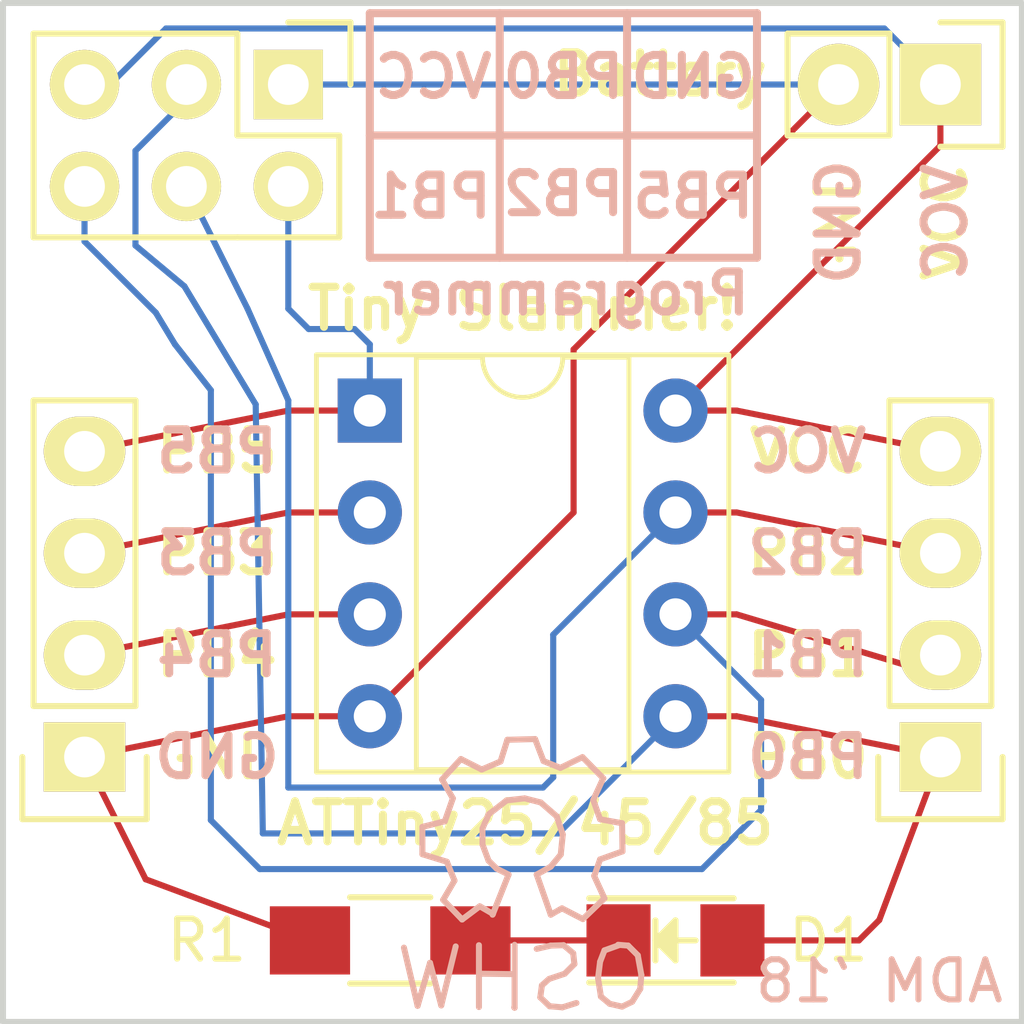
<source format=kicad_pcb>
(kicad_pcb (version 4) (host pcbnew 4.0.2+dfsg1-stable)

  (general
    (links 19)
    (no_connects 0)
    (area 130.988999 109.652999 156.539001 135.203001)
    (thickness 1.6)
    (drawings 44)
    (tracks 64)
    (zones 0)
    (modules 8)
    (nets 10)
  )

  (page A4)
  (layers
    (0 F.Cu signal)
    (31 B.Cu signal)
    (32 B.Adhes user)
    (33 F.Adhes user)
    (34 B.Paste user)
    (35 F.Paste user)
    (36 B.SilkS user)
    (37 F.SilkS user)
    (38 B.Mask user)
    (39 F.Mask user)
    (40 Dwgs.User user)
    (41 Cmts.User user)
    (42 Eco1.User user)
    (43 Eco2.User user)
    (44 Edge.Cuts user)
    (45 Margin user)
    (46 B.CrtYd user)
    (47 F.CrtYd user)
    (48 B.Fab user)
    (49 F.Fab user)
  )

  (setup
    (last_trace_width 0.1524)
    (user_trace_width 0.244)
    (trace_clearance 0.1524)
    (zone_clearance 0.508)
    (zone_45_only no)
    (trace_min 0.1524)
    (segment_width 0.2)
    (edge_width 0.15)
    (via_size 0.508)
    (via_drill 0.254)
    (via_min_size 0.508)
    (via_min_drill 0.254)
    (uvia_size 0.508)
    (uvia_drill 0.254)
    (uvias_allowed no)
    (uvia_min_size 0.2)
    (uvia_min_drill 0.1)
    (pcb_text_width 0.3)
    (pcb_text_size 1.5 1.5)
    (mod_edge_width 0.15)
    (mod_text_size 1 1)
    (mod_text_width 0.15)
    (pad_size 1.524 1.524)
    (pad_drill 0.762)
    (pad_to_mask_clearance 0.0508)
    (aux_axis_origin 0 0)
    (visible_elements FFFFFF7F)
    (pcbplotparams
      (layerselection 0x00030_80000001)
      (usegerberextensions false)
      (excludeedgelayer true)
      (linewidth 0.100000)
      (plotframeref false)
      (viasonmask false)
      (mode 1)
      (useauxorigin false)
      (hpglpennumber 1)
      (hpglpenspeed 20)
      (hpglpendiameter 15)
      (hpglpenoverlay 2)
      (psnegative false)
      (psa4output false)
      (plotreference true)
      (plotvalue true)
      (plotinvisibletext false)
      (padsonsilk false)
      (subtractmaskfromsilk false)
      (outputformat 1)
      (mirror false)
      (drillshape 1)
      (scaleselection 1)
      (outputdirectory ""))
  )

  (net 0 "")
  (net 1 VCC)
  (net 2 GND)
  (net 3 PB0)
  (net 4 "Net-(D1-Pad1)")
  (net 5 PB5)
  (net 6 PB3)
  (net 7 PB1)
  (net 8 PB4)
  (net 9 PB2)

  (net_class Default "This is the default net class."
    (clearance 0.1524)
    (trace_width 0.1524)
    (via_dia 0.508)
    (via_drill 0.254)
    (uvia_dia 0.508)
    (uvia_drill 0.254)
    (add_net GND)
    (add_net "Net-(D1-Pad1)")
    (add_net PB0)
    (add_net PB1)
    (add_net PB2)
    (add_net PB3)
    (add_net PB4)
    (add_net PB5)
    (add_net VCC)
  )

  (module Pin_Headers:Pin_Header_Straight_1x02 (layer F.Cu) (tedit 5A778999) (tstamp 5A7776F7)
    (at 154.432 111.76 270)
    (descr "Through hole pin header")
    (tags "pin header")
    (path /5A776785)
    (fp_text reference Battery1 (at 0 -5.1 270) (layer F.SilkS) hide
      (effects (font (size 1 1) (thickness 0.15)))
    )
    (fp_text value CONN_01X02 (at 0 -3.1 270) (layer F.Fab) hide
      (effects (font (size 1 1) (thickness 0.15)))
    )
    (fp_line (start 1.27 1.27) (end 1.27 3.81) (layer F.SilkS) (width 0.15))
    (fp_line (start 1.55 -1.55) (end 1.55 0) (layer F.SilkS) (width 0.15))
    (fp_line (start -1.75 -1.75) (end -1.75 4.3) (layer F.CrtYd) (width 0.05))
    (fp_line (start 1.75 -1.75) (end 1.75 4.3) (layer F.CrtYd) (width 0.05))
    (fp_line (start -1.75 -1.75) (end 1.75 -1.75) (layer F.CrtYd) (width 0.05))
    (fp_line (start -1.75 4.3) (end 1.75 4.3) (layer F.CrtYd) (width 0.05))
    (fp_line (start 1.27 1.27) (end -1.27 1.27) (layer F.SilkS) (width 0.15))
    (fp_line (start -1.55 0) (end -1.55 -1.55) (layer F.SilkS) (width 0.15))
    (fp_line (start -1.55 -1.55) (end 1.55 -1.55) (layer F.SilkS) (width 0.15))
    (fp_line (start -1.27 1.27) (end -1.27 3.81) (layer F.SilkS) (width 0.15))
    (fp_line (start -1.27 3.81) (end 1.27 3.81) (layer F.SilkS) (width 0.15))
    (pad 1 thru_hole rect (at 0 0 270) (size 2.032 2.032) (drill 1.016) (layers *.Cu *.Mask F.SilkS)
      (net 1 VCC))
    (pad 2 thru_hole oval (at 0 2.54 270) (size 2.032 2.032) (drill 1.016) (layers *.Cu *.Mask F.SilkS)
      (net 2 GND))
    (model Pin_Headers.3dshapes/Pin_Header_Straight_1x02.wrl
      (at (xyz 0 -0.05 0))
      (scale (xyz 1 1 1))
      (rotate (xyz 0 0 90))
    )
  )

  (module LEDs:LED_1206 (layer F.Cu) (tedit 5A77EA04) (tstamp 5A7776FD)
    (at 147.828 133.096)
    (descr "LED 1206 smd package")
    (tags "LED1206 SMD")
    (path /5A776925)
    (attr smd)
    (fp_text reference D1 (at 3.81 0) (layer F.SilkS)
      (effects (font (size 1 1) (thickness 0.15)))
    )
    (fp_text value LED (at 3.302 0 90) (layer F.Fab) hide
      (effects (font (size 1 1) (thickness 0.15)))
    )
    (fp_line (start -2.15 1.05) (end 1.45 1.05) (layer F.SilkS) (width 0.15))
    (fp_line (start -2.15 -1.05) (end 1.45 -1.05) (layer F.SilkS) (width 0.15))
    (fp_line (start -0.1 -0.3) (end -0.1 0.3) (layer F.SilkS) (width 0.15))
    (fp_line (start -0.1 0.3) (end -0.4 0) (layer F.SilkS) (width 0.15))
    (fp_line (start -0.4 0) (end -0.2 -0.2) (layer F.SilkS) (width 0.15))
    (fp_line (start -0.2 -0.2) (end -0.2 0.05) (layer F.SilkS) (width 0.15))
    (fp_line (start -0.2 0.05) (end -0.25 0) (layer F.SilkS) (width 0.15))
    (fp_line (start -0.5 -0.5) (end -0.5 0.5) (layer F.SilkS) (width 0.15))
    (fp_line (start 0 0) (end 0.5 0) (layer F.SilkS) (width 0.15))
    (fp_line (start -0.5 0) (end 0 -0.5) (layer F.SilkS) (width 0.15))
    (fp_line (start 0 -0.5) (end 0 0.5) (layer F.SilkS) (width 0.15))
    (fp_line (start 0 0.5) (end -0.5 0) (layer F.SilkS) (width 0.15))
    (fp_line (start 2.5 -1.25) (end -2.5 -1.25) (layer F.CrtYd) (width 0.05))
    (fp_line (start -2.5 -1.25) (end -2.5 1.25) (layer F.CrtYd) (width 0.05))
    (fp_line (start -2.5 1.25) (end 2.5 1.25) (layer F.CrtYd) (width 0.05))
    (fp_line (start 2.5 1.25) (end 2.5 -1.25) (layer F.CrtYd) (width 0.05))
    (pad 2 smd rect (at 1.41986 0 180) (size 1.59766 1.80086) (layers F.Cu F.Paste F.Mask)
      (net 3 PB0))
    (pad 1 smd rect (at -1.41986 0 180) (size 1.59766 1.80086) (layers F.Cu F.Paste F.Mask)
      (net 4 "Net-(D1-Pad1)"))
    (model LEDs.3dshapes/LED_1206.wrl
      (at (xyz 0 0 0))
      (scale (xyz 1 1 1))
      (rotate (xyz 0 0 180))
    )
  )

  (module Package_DIP:DIP-8_W7.62mm_Socket (layer F.Cu) (tedit 5A778B44) (tstamp 5A777709)
    (at 140.208 119.888)
    (descr "8-lead though-hole mounted DIP package, row spacing 7.62 mm (300 mils), Socket")
    (tags "THT DIP DIL PDIP 2.54mm 7.62mm 300mil Socket")
    (path /5A775CD3)
    (fp_text reference IC1 (at 3.937 5.334) (layer F.SilkS) hide
      (effects (font (size 1 1) (thickness 0.15)))
    )
    (fp_text value ATTINY85-P (at 3.937 -2.286) (layer F.Fab) hide
      (effects (font (size 1 1) (thickness 0.15)))
    )
    (fp_arc (start 3.81 -1.33) (end 2.81 -1.33) (angle -180) (layer F.SilkS) (width 0.12))
    (fp_line (start 1.635 -1.27) (end 6.985 -1.27) (layer F.Fab) (width 0.1))
    (fp_line (start 6.985 -1.27) (end 6.985 8.89) (layer F.Fab) (width 0.1))
    (fp_line (start 6.985 8.89) (end 0.635 8.89) (layer F.Fab) (width 0.1))
    (fp_line (start 0.635 8.89) (end 0.635 -0.27) (layer F.Fab) (width 0.1))
    (fp_line (start 0.635 -0.27) (end 1.635 -1.27) (layer F.Fab) (width 0.1))
    (fp_line (start -1.27 -1.33) (end -1.27 8.95) (layer F.Fab) (width 0.1))
    (fp_line (start -1.27 8.95) (end 8.89 8.95) (layer F.Fab) (width 0.1))
    (fp_line (start 8.89 8.95) (end 8.89 -1.33) (layer F.Fab) (width 0.1))
    (fp_line (start 8.89 -1.33) (end -1.27 -1.33) (layer F.Fab) (width 0.1))
    (fp_line (start 2.81 -1.33) (end 1.16 -1.33) (layer F.SilkS) (width 0.12))
    (fp_line (start 1.16 -1.33) (end 1.16 8.95) (layer F.SilkS) (width 0.12))
    (fp_line (start 1.16 8.95) (end 6.46 8.95) (layer F.SilkS) (width 0.12))
    (fp_line (start 6.46 8.95) (end 6.46 -1.33) (layer F.SilkS) (width 0.12))
    (fp_line (start 6.46 -1.33) (end 4.81 -1.33) (layer F.SilkS) (width 0.12))
    (fp_line (start -1.33 -1.39) (end -1.33 9.01) (layer F.SilkS) (width 0.12))
    (fp_line (start -1.33 9.01) (end 8.95 9.01) (layer F.SilkS) (width 0.12))
    (fp_line (start 8.95 9.01) (end 8.95 -1.39) (layer F.SilkS) (width 0.12))
    (fp_line (start 8.95 -1.39) (end -1.33 -1.39) (layer F.SilkS) (width 0.12))
    (fp_line (start -1.55 -1.6) (end -1.55 9.2) (layer F.CrtYd) (width 0.05))
    (fp_line (start -1.55 9.2) (end 9.15 9.2) (layer F.CrtYd) (width 0.05))
    (fp_line (start 9.15 9.2) (end 9.15 -1.6) (layer F.CrtYd) (width 0.05))
    (fp_line (start 9.15 -1.6) (end -1.55 -1.6) (layer F.CrtYd) (width 0.05))
    (fp_text user %R (at 3.81 3.81) (layer F.Fab) hide
      (effects (font (size 1 1) (thickness 0.15)))
    )
    (pad 1 thru_hole rect (at 0 0) (size 1.6 1.6) (drill 0.8) (layers *.Cu *.Mask)
      (net 5 PB5))
    (pad 5 thru_hole oval (at 7.62 7.62) (size 1.6 1.6) (drill 0.8) (layers *.Cu *.Mask)
      (net 3 PB0))
    (pad 2 thru_hole oval (at 0 2.54) (size 1.6 1.6) (drill 0.8) (layers *.Cu *.Mask)
      (net 6 PB3))
    (pad 6 thru_hole oval (at 7.62 5.08) (size 1.6 1.6) (drill 0.8) (layers *.Cu *.Mask)
      (net 7 PB1))
    (pad 3 thru_hole oval (at 0 5.08) (size 1.6 1.6) (drill 0.8) (layers *.Cu *.Mask)
      (net 8 PB4))
    (pad 7 thru_hole oval (at 7.62 2.54) (size 1.6 1.6) (drill 0.8) (layers *.Cu *.Mask)
      (net 9 PB2))
    (pad 4 thru_hole oval (at 0 7.62) (size 1.6 1.6) (drill 0.8) (layers *.Cu *.Mask)
      (net 2 GND))
    (pad 8 thru_hole oval (at 7.62 0) (size 1.6 1.6) (drill 0.8) (layers *.Cu *.Mask)
      (net 1 VCC))
    (model ${KISYS3DMOD}/Package_DIP.3dshapes/DIP-8_W7.62mm_Socket.wrl
      (at (xyz 0 0 0))
      (scale (xyz 1 1 1))
      (rotate (xyz 0 0 0))
    )
  )

  (module Socket_Strips:Socket_Strip_Straight_1x04 (layer F.Cu) (tedit 5A778B4F) (tstamp 5A777711)
    (at 133.096 128.524 90)
    (descr "Through hole socket strip")
    (tags "socket strip")
    (path /5A775D4F)
    (fp_text reference Left1 (at 0 -5.1 90) (layer F.SilkS) hide
      (effects (font (size 1 1) (thickness 0.15)))
    )
    (fp_text value CONN_01X04 (at 4.191 -3.175 90) (layer F.Fab) hide
      (effects (font (size 1 1) (thickness 0.15)))
    )
    (fp_line (start -1.75 -1.75) (end -1.75 1.75) (layer F.CrtYd) (width 0.05))
    (fp_line (start 9.4 -1.75) (end 9.4 1.75) (layer F.CrtYd) (width 0.05))
    (fp_line (start -1.75 -1.75) (end 9.4 -1.75) (layer F.CrtYd) (width 0.05))
    (fp_line (start -1.75 1.75) (end 9.4 1.75) (layer F.CrtYd) (width 0.05))
    (fp_line (start 1.27 -1.27) (end 8.89 -1.27) (layer F.SilkS) (width 0.15))
    (fp_line (start 1.27 1.27) (end 8.89 1.27) (layer F.SilkS) (width 0.15))
    (fp_line (start -1.55 1.55) (end 0 1.55) (layer F.SilkS) (width 0.15))
    (fp_line (start 8.89 -1.27) (end 8.89 1.27) (layer F.SilkS) (width 0.15))
    (fp_line (start 1.27 1.27) (end 1.27 -1.27) (layer F.SilkS) (width 0.15))
    (fp_line (start 0 -1.55) (end -1.55 -1.55) (layer F.SilkS) (width 0.15))
    (fp_line (start -1.55 -1.55) (end -1.55 1.55) (layer F.SilkS) (width 0.15))
    (pad 1 thru_hole rect (at 0 0 90) (size 1.7272 2.032) (drill 1.016) (layers *.Cu *.Mask F.SilkS)
      (net 2 GND))
    (pad 2 thru_hole oval (at 2.54 0 90) (size 1.7272 2.032) (drill 1.016) (layers *.Cu *.Mask F.SilkS)
      (net 8 PB4))
    (pad 3 thru_hole oval (at 5.08 0 90) (size 1.7272 2.032) (drill 1.016) (layers *.Cu *.Mask F.SilkS)
      (net 6 PB3))
    (pad 4 thru_hole oval (at 7.62 0 90) (size 1.7272 2.032) (drill 1.016) (layers *.Cu *.Mask F.SilkS)
      (net 5 PB5))
    (model Socket_Strips.3dshapes/Socket_Strip_Straight_1x04.wrl
      (at (xyz 0.15 0 0))
      (scale (xyz 1 1 1))
      (rotate (xyz 0 0 180))
    )
  )

  (module Pin_Headers:Pin_Header_Straight_2x03 (layer F.Cu) (tedit 5A778B6F) (tstamp 5A77771B)
    (at 138.176 111.76 270)
    (descr "Through hole pin header")
    (tags "pin header")
    (path /5A7765E3)
    (fp_text reference Programmer1 (at -4.318 2.794 360) (layer F.SilkS) hide
      (effects (font (size 1 1) (thickness 0.15)))
    )
    (fp_text value CONN_02X03 (at -2.794 2.667 360) (layer F.Fab) hide
      (effects (font (size 1 1) (thickness 0.15)))
    )
    (fp_line (start -1.27 1.27) (end -1.27 6.35) (layer F.SilkS) (width 0.15))
    (fp_line (start -1.55 -1.55) (end 0 -1.55) (layer F.SilkS) (width 0.15))
    (fp_line (start -1.75 -1.75) (end -1.75 6.85) (layer F.CrtYd) (width 0.05))
    (fp_line (start 4.3 -1.75) (end 4.3 6.85) (layer F.CrtYd) (width 0.05))
    (fp_line (start -1.75 -1.75) (end 4.3 -1.75) (layer F.CrtYd) (width 0.05))
    (fp_line (start -1.75 6.85) (end 4.3 6.85) (layer F.CrtYd) (width 0.05))
    (fp_line (start 1.27 -1.27) (end 1.27 1.27) (layer F.SilkS) (width 0.15))
    (fp_line (start 1.27 1.27) (end -1.27 1.27) (layer F.SilkS) (width 0.15))
    (fp_line (start -1.27 6.35) (end 3.81 6.35) (layer F.SilkS) (width 0.15))
    (fp_line (start 3.81 6.35) (end 3.81 1.27) (layer F.SilkS) (width 0.15))
    (fp_line (start -1.55 -1.55) (end -1.55 0) (layer F.SilkS) (width 0.15))
    (fp_line (start 3.81 -1.27) (end 1.27 -1.27) (layer F.SilkS) (width 0.15))
    (fp_line (start 3.81 1.27) (end 3.81 -1.27) (layer F.SilkS) (width 0.15))
    (pad 1 thru_hole rect (at 0 0 270) (size 1.7272 1.7272) (drill 1.016) (layers *.Cu *.Mask F.SilkS)
      (net 2 GND))
    (pad 2 thru_hole oval (at 2.54 0 270) (size 1.7272 1.7272) (drill 1.016) (layers *.Cu *.Mask F.SilkS)
      (net 5 PB5))
    (pad 3 thru_hole oval (at 0 2.54 270) (size 1.7272 1.7272) (drill 1.016) (layers *.Cu *.Mask F.SilkS)
      (net 3 PB0))
    (pad 4 thru_hole oval (at 2.54 2.54 270) (size 1.7272 1.7272) (drill 1.016) (layers *.Cu *.Mask F.SilkS)
      (net 9 PB2))
    (pad 5 thru_hole oval (at 0 5.08 270) (size 1.7272 1.7272) (drill 1.016) (layers *.Cu *.Mask F.SilkS)
      (net 1 VCC))
    (pad 6 thru_hole oval (at 2.54 5.08 270) (size 1.7272 1.7272) (drill 1.016) (layers *.Cu *.Mask F.SilkS)
      (net 7 PB1))
    (model Pin_Headers.3dshapes/Pin_Header_Straight_2x03.wrl
      (at (xyz 0.05 -0.1 0))
      (scale (xyz 1 1 1))
      (rotate (xyz 0 0 90))
    )
  )

  (module Resistors_SMD:R_1206_HandSoldering (layer F.Cu) (tedit 5A77EA0C) (tstamp 5A777721)
    (at 140.716 133.096 180)
    (descr "Resistor SMD 1206, hand soldering")
    (tags "resistor 1206")
    (path /5A776B30)
    (attr smd)
    (fp_text reference R1 (at 4.572 0 180) (layer F.SilkS)
      (effects (font (size 1 1) (thickness 0.15)))
    )
    (fp_text value 200 (at 3.937 0 270) (layer F.Fab) hide
      (effects (font (size 1 1) (thickness 0.15)))
    )
    (fp_line (start -3.3 -1.2) (end 3.3 -1.2) (layer F.CrtYd) (width 0.05))
    (fp_line (start -3.3 1.2) (end 3.3 1.2) (layer F.CrtYd) (width 0.05))
    (fp_line (start -3.3 -1.2) (end -3.3 1.2) (layer F.CrtYd) (width 0.05))
    (fp_line (start 3.3 -1.2) (end 3.3 1.2) (layer F.CrtYd) (width 0.05))
    (fp_line (start 1 1.075) (end -1 1.075) (layer F.SilkS) (width 0.15))
    (fp_line (start -1 -1.075) (end 1 -1.075) (layer F.SilkS) (width 0.15))
    (pad 1 smd rect (at -2 0 180) (size 2 1.7) (layers F.Cu F.Paste F.Mask)
      (net 4 "Net-(D1-Pad1)"))
    (pad 2 smd rect (at 2 0 180) (size 2 1.7) (layers F.Cu F.Paste F.Mask)
      (net 2 GND))
    (model Resistors_SMD.3dshapes/R_1206_HandSoldering.wrl
      (at (xyz 0 0 0))
      (scale (xyz 1 1 1))
      (rotate (xyz 0 0 0))
    )
  )

  (module Socket_Strips:Socket_Strip_Straight_1x04 (layer F.Cu) (tedit 5A778B67) (tstamp 5A777729)
    (at 154.432 128.524 90)
    (descr "Through hole socket strip")
    (tags "socket strip")
    (path /5A775DDE)
    (fp_text reference Right1 (at 3.683 4.826 90) (layer F.SilkS) hide
      (effects (font (size 1 1) (thickness 0.15)))
    )
    (fp_text value CONN_01X04 (at 3.937 3.175 90) (layer F.Fab) hide
      (effects (font (size 1 1) (thickness 0.15)))
    )
    (fp_line (start -1.75 -1.75) (end -1.75 1.75) (layer F.CrtYd) (width 0.05))
    (fp_line (start 9.4 -1.75) (end 9.4 1.75) (layer F.CrtYd) (width 0.05))
    (fp_line (start -1.75 -1.75) (end 9.4 -1.75) (layer F.CrtYd) (width 0.05))
    (fp_line (start -1.75 1.75) (end 9.4 1.75) (layer F.CrtYd) (width 0.05))
    (fp_line (start 1.27 -1.27) (end 8.89 -1.27) (layer F.SilkS) (width 0.15))
    (fp_line (start 1.27 1.27) (end 8.89 1.27) (layer F.SilkS) (width 0.15))
    (fp_line (start -1.55 1.55) (end 0 1.55) (layer F.SilkS) (width 0.15))
    (fp_line (start 8.89 -1.27) (end 8.89 1.27) (layer F.SilkS) (width 0.15))
    (fp_line (start 1.27 1.27) (end 1.27 -1.27) (layer F.SilkS) (width 0.15))
    (fp_line (start 0 -1.55) (end -1.55 -1.55) (layer F.SilkS) (width 0.15))
    (fp_line (start -1.55 -1.55) (end -1.55 1.55) (layer F.SilkS) (width 0.15))
    (pad 1 thru_hole rect (at 0 0 90) (size 1.7272 2.032) (drill 1.016) (layers *.Cu *.Mask F.SilkS)
      (net 3 PB0))
    (pad 2 thru_hole oval (at 2.54 0 90) (size 1.7272 2.032) (drill 1.016) (layers *.Cu *.Mask F.SilkS)
      (net 7 PB1))
    (pad 3 thru_hole oval (at 5.08 0 90) (size 1.7272 2.032) (drill 1.016) (layers *.Cu *.Mask F.SilkS)
      (net 9 PB2))
    (pad 4 thru_hole oval (at 7.62 0 90) (size 1.7272 2.032) (drill 1.016) (layers *.Cu *.Mask F.SilkS)
      (net 1 VCC))
    (model Socket_Strips.3dshapes/Socket_Strip_Straight_1x04.wrl
      (at (xyz 0.15 0 0))
      (scale (xyz 1 1 1))
      (rotate (xyz 0 0 180))
    )
  )

  (module Symbols:Symbol_OSHW-Logo_SilkScreen (layer B.Cu) (tedit 5A7798DE) (tstamp 5A77980E)
    (at 144.018 130.556 180)
    (descr "Symbol, OSHW-Logo, Silk Screen,")
    (tags "Symbol, OSHW-Logo, Silk Screen,")
    (fp_text reference REF** (at 0.09906 4.38912 180) (layer B.SilkS) hide
      (effects (font (size 1 1) (thickness 0.15)) (justify mirror))
    )
    (fp_text value Symbol_OSHW-Logo_SilkScreen (at 0.30988 -6.56082 180) (layer B.Fab) hide
      (effects (font (size 1 1) (thickness 0.15)) (justify mirror))
    )
    (fp_line (start 1.66878 -2.68986) (end 2.02946 -4.16052) (layer B.SilkS) (width 0.15))
    (fp_line (start 2.02946 -4.16052) (end 2.30886 -3.0988) (layer B.SilkS) (width 0.15))
    (fp_line (start 2.30886 -3.0988) (end 2.61874 -4.17068) (layer B.SilkS) (width 0.15))
    (fp_line (start 2.61874 -4.17068) (end 2.9591 -2.72034) (layer B.SilkS) (width 0.15))
    (fp_line (start 0.24892 -3.38074) (end 1.03886 -3.37058) (layer B.SilkS) (width 0.15))
    (fp_line (start 1.03886 -3.37058) (end 1.04902 -3.38074) (layer B.SilkS) (width 0.15))
    (fp_line (start 1.04902 -3.38074) (end 1.04902 -3.37058) (layer B.SilkS) (width 0.15))
    (fp_line (start 1.08966 -2.65938) (end 1.08966 -4.20116) (layer B.SilkS) (width 0.15))
    (fp_line (start 0.20066 -2.64922) (end 0.20066 -4.21894) (layer B.SilkS) (width 0.15))
    (fp_line (start 0.20066 -4.21894) (end 0.21082 -4.20878) (layer B.SilkS) (width 0.15))
    (fp_line (start -0.35052 -2.75082) (end -0.70104 -2.66954) (layer B.SilkS) (width 0.15))
    (fp_line (start -0.70104 -2.66954) (end -1.02108 -2.65938) (layer B.SilkS) (width 0.15))
    (fp_line (start -1.02108 -2.65938) (end -1.25984 -2.86004) (layer B.SilkS) (width 0.15))
    (fp_line (start -1.25984 -2.86004) (end -1.29032 -3.12928) (layer B.SilkS) (width 0.15))
    (fp_line (start -1.29032 -3.12928) (end -1.04902 -3.37058) (layer B.SilkS) (width 0.15))
    (fp_line (start -1.04902 -3.37058) (end -0.6604 -3.50012) (layer B.SilkS) (width 0.15))
    (fp_line (start -0.6604 -3.50012) (end -0.48006 -3.66014) (layer B.SilkS) (width 0.15))
    (fp_line (start -0.48006 -3.66014) (end -0.43942 -3.95986) (layer B.SilkS) (width 0.15))
    (fp_line (start -0.43942 -3.95986) (end -0.67056 -4.18084) (layer B.SilkS) (width 0.15))
    (fp_line (start -0.67056 -4.18084) (end -0.9906 -4.20878) (layer B.SilkS) (width 0.15))
    (fp_line (start -0.9906 -4.20878) (end -1.34112 -4.09956) (layer B.SilkS) (width 0.15))
    (fp_line (start -2.37998 -2.64922) (end -2.6289 -2.66954) (layer B.SilkS) (width 0.15))
    (fp_line (start -2.6289 -2.66954) (end -2.8702 -2.91084) (layer B.SilkS) (width 0.15))
    (fp_line (start -2.8702 -2.91084) (end -2.9591 -3.40106) (layer B.SilkS) (width 0.15))
    (fp_line (start -2.9591 -3.40106) (end -2.93116 -3.74904) (layer B.SilkS) (width 0.15))
    (fp_line (start -2.93116 -3.74904) (end -2.7305 -4.06908) (layer B.SilkS) (width 0.15))
    (fp_line (start -2.7305 -4.06908) (end -2.47904 -4.191) (layer B.SilkS) (width 0.15))
    (fp_line (start -2.47904 -4.191) (end -2.16916 -4.11988) (layer B.SilkS) (width 0.15))
    (fp_line (start -2.16916 -4.11988) (end -1.95072 -3.93954) (layer B.SilkS) (width 0.15))
    (fp_line (start -1.95072 -3.93954) (end -1.8796 -3.4798) (layer B.SilkS) (width 0.15))
    (fp_line (start -1.8796 -3.4798) (end -1.9304 -3.07086) (layer B.SilkS) (width 0.15))
    (fp_line (start -1.9304 -3.07086) (end -2.03962 -2.78892) (layer B.SilkS) (width 0.15))
    (fp_line (start -2.03962 -2.78892) (end -2.4003 -2.65938) (layer B.SilkS) (width 0.15))
    (fp_line (start -1.78054 -0.92964) (end -2.03962 -1.49098) (layer B.SilkS) (width 0.15))
    (fp_line (start -2.03962 -1.49098) (end -1.50114 -2.00914) (layer B.SilkS) (width 0.15))
    (fp_line (start -1.50114 -2.00914) (end -0.98044 -1.7399) (layer B.SilkS) (width 0.15))
    (fp_line (start -0.98044 -1.7399) (end -0.70104 -1.89992) (layer B.SilkS) (width 0.15))
    (fp_line (start 0.73914 -1.8796) (end 1.06934 -1.6891) (layer B.SilkS) (width 0.15))
    (fp_line (start 1.06934 -1.6891) (end 1.50876 -2.0193) (layer B.SilkS) (width 0.15))
    (fp_line (start 1.50876 -2.0193) (end 1.9812 -1.52908) (layer B.SilkS) (width 0.15))
    (fp_line (start 1.9812 -1.52908) (end 1.69926 -1.04902) (layer B.SilkS) (width 0.15))
    (fp_line (start 1.69926 -1.04902) (end 1.88976 -0.57912) (layer B.SilkS) (width 0.15))
    (fp_line (start 1.88976 -0.57912) (end 2.49936 -0.39116) (layer B.SilkS) (width 0.15))
    (fp_line (start 2.49936 -0.39116) (end 2.49936 0.28956) (layer B.SilkS) (width 0.15))
    (fp_line (start 2.49936 0.28956) (end 1.94056 0.42926) (layer B.SilkS) (width 0.15))
    (fp_line (start 1.94056 0.42926) (end 1.7399 1.00076) (layer B.SilkS) (width 0.15))
    (fp_line (start 1.7399 1.00076) (end 2.00914 1.47066) (layer B.SilkS) (width 0.15))
    (fp_line (start 2.00914 1.47066) (end 1.53924 1.9812) (layer B.SilkS) (width 0.15))
    (fp_line (start 1.53924 1.9812) (end 1.02108 1.71958) (layer B.SilkS) (width 0.15))
    (fp_line (start 1.02108 1.71958) (end 0.55118 1.92024) (layer B.SilkS) (width 0.15))
    (fp_line (start 0.55118 1.92024) (end 0.381 2.46126) (layer B.SilkS) (width 0.15))
    (fp_line (start 0.381 2.46126) (end -0.30988 2.47904) (layer B.SilkS) (width 0.15))
    (fp_line (start -0.30988 2.47904) (end -0.5207 1.9304) (layer B.SilkS) (width 0.15))
    (fp_line (start -0.5207 1.9304) (end -0.9398 1.76022) (layer B.SilkS) (width 0.15))
    (fp_line (start -0.9398 1.76022) (end -1.49098 2.02946) (layer B.SilkS) (width 0.15))
    (fp_line (start -1.49098 2.02946) (end -2.00914 1.50114) (layer B.SilkS) (width 0.15))
    (fp_line (start -2.00914 1.50114) (end -1.76022 0.96012) (layer B.SilkS) (width 0.15))
    (fp_line (start -1.76022 0.96012) (end -1.9304 0.48006) (layer B.SilkS) (width 0.15))
    (fp_line (start -1.9304 0.48006) (end -2.47904 0.381) (layer B.SilkS) (width 0.15))
    (fp_line (start -2.47904 0.381) (end -2.4892 -0.32004) (layer B.SilkS) (width 0.15))
    (fp_line (start -2.4892 -0.32004) (end -1.9304 -0.5207) (layer B.SilkS) (width 0.15))
    (fp_line (start -1.9304 -0.5207) (end -1.7907 -0.91948) (layer B.SilkS) (width 0.15))
    (fp_line (start 0.35052 -0.89916) (end 0.65024 -0.7493) (layer B.SilkS) (width 0.15))
    (fp_line (start 0.65024 -0.7493) (end 0.8509 -0.55118) (layer B.SilkS) (width 0.15))
    (fp_line (start 0.8509 -0.55118) (end 1.00076 -0.14986) (layer B.SilkS) (width 0.15))
    (fp_line (start 1.00076 -0.14986) (end 1.00076 0.24892) (layer B.SilkS) (width 0.15))
    (fp_line (start 1.00076 0.24892) (end 0.8509 0.59944) (layer B.SilkS) (width 0.15))
    (fp_line (start 0.8509 0.59944) (end 0.39878 0.94996) (layer B.SilkS) (width 0.15))
    (fp_line (start 0.39878 0.94996) (end -0.0508 1.00076) (layer B.SilkS) (width 0.15))
    (fp_line (start -0.0508 1.00076) (end -0.44958 0.89916) (layer B.SilkS) (width 0.15))
    (fp_line (start -0.44958 0.89916) (end -0.8509 0.55118) (layer B.SilkS) (width 0.15))
    (fp_line (start -0.8509 0.55118) (end -1.00076 0.09906) (layer B.SilkS) (width 0.15))
    (fp_line (start -1.00076 0.09906) (end -0.94996 -0.39878) (layer B.SilkS) (width 0.15))
    (fp_line (start -0.94996 -0.39878) (end -0.70104 -0.70104) (layer B.SilkS) (width 0.15))
    (fp_line (start -0.70104 -0.70104) (end -0.35052 -0.89916) (layer B.SilkS) (width 0.15))
    (fp_line (start -0.35052 -0.89916) (end -0.70104 -1.89992) (layer B.SilkS) (width 0.15))
    (fp_line (start 0.35052 -0.89916) (end 0.7493 -1.89992) (layer B.SilkS) (width 0.15))
  )

  (gr_text ATTiny25/45/85 (at 144.0815 130.175) (layer F.SilkS)
    (effects (font (size 1 1) (thickness 0.2)))
  )
  (gr_text "ADM '18" (at 152.908 134.112) (layer B.SilkS)
    (effects (font (size 1 1) (thickness 0.15)) (justify mirror))
  )
  (gr_text VCC (at 154.559 115.189 90) (layer B.SilkS)
    (effects (font (size 1 1) (thickness 0.2)) (justify mirror))
  )
  (gr_text GND (at 151.892 115.189 90) (layer B.SilkS)
    (effects (font (size 1 1) (thickness 0.2)) (justify mirror))
  )
  (gr_text PB0 (at 151.13 128.524) (layer B.SilkS)
    (effects (font (size 1 1) (thickness 0.2)) (justify mirror))
  )
  (gr_text PB1 (at 151.13 125.984) (layer B.SilkS)
    (effects (font (size 1 1) (thickness 0.2)) (justify mirror))
  )
  (gr_text PB2 (at 151.13 123.444) (layer B.SilkS)
    (effects (font (size 1 1) (thickness 0.2)) (justify mirror))
  )
  (gr_text VCC (at 151.13 120.904) (layer B.SilkS)
    (effects (font (size 1 1) (thickness 0.2)) (justify mirror))
  )
  (gr_text GND (at 136.398 128.524) (layer B.SilkS)
    (effects (font (size 1 1) (thickness 0.2)) (justify mirror))
  )
  (gr_text PB4 (at 136.398 125.984) (layer B.SilkS)
    (effects (font (size 1 1) (thickness 0.2)) (justify mirror))
  )
  (gr_text PB3 (at 136.398 123.444) (layer B.SilkS)
    (effects (font (size 1 1) (thickness 0.2)) (justify mirror))
  )
  (gr_text PB5 (at 136.398 120.904) (layer B.SilkS)
    (effects (font (size 1 1) (thickness 0.2)) (justify mirror))
  )
  (gr_text Programmer (at 145.0975 116.967) (layer B.SilkS)
    (effects (font (size 1 1) (thickness 0.2)) (justify mirror))
  )
  (gr_line (start 149.86 113.03) (end 140.208 113.03) (angle 90) (layer B.SilkS) (width 0.2))
  (gr_line (start 143.4465 116.078) (end 143.4465 109.982) (angle 90) (layer B.SilkS) (width 0.2))
  (gr_line (start 146.6215 116.078) (end 146.6215 109.982) (angle 90) (layer B.SilkS) (width 0.2))
  (gr_line (start 149.86 110.236) (end 149.86 109.982) (angle 90) (layer B.SilkS) (width 0.2))
  (gr_line (start 149.86 109.982) (end 149.86 110.236) (angle 90) (layer B.SilkS) (width 0.2))
  (gr_line (start 140.208 109.982) (end 149.86 109.982) (angle 90) (layer B.SilkS) (width 0.2))
  (gr_line (start 149.86 116.078) (end 149.86 110.236) (angle 90) (layer B.SilkS) (width 0.2))
  (gr_line (start 140.208 116.078) (end 149.86 116.078) (angle 90) (layer B.SilkS) (width 0.2))
  (gr_line (start 140.208 109.982) (end 140.208 116.078) (angle 90) (layer B.SilkS) (width 0.2))
  (gr_text PB5 (at 148.2725 114.554) (layer B.SilkS)
    (effects (font (size 1 1) (thickness 0.2)) (justify mirror))
  )
  (gr_text PB2 (at 145.034 114.4905) (layer B.SilkS)
    (effects (font (size 1 1) (thickness 0.2)) (justify mirror))
  )
  (gr_text PB1 (at 141.732 114.554) (layer B.SilkS)
    (effects (font (size 1 1) (thickness 0.2)) (justify mirror))
  )
  (gr_text GND (at 148.2725 111.5695) (layer B.SilkS)
    (effects (font (size 1 1) (thickness 0.2)) (justify mirror))
  )
  (gr_text PB0 (at 145.034 111.5695) (layer B.SilkS)
    (effects (font (size 1 1) (thickness 0.2)) (justify mirror))
  )
  (gr_text VCC (at 141.7955 111.5695) (layer B.SilkS)
    (effects (font (size 1 1) (thickness 0.2)) (justify mirror))
  )
  (gr_text PB0 (at 151.13 128.524) (layer F.SilkS)
    (effects (font (size 1 1) (thickness 0.2)))
  )
  (gr_text PB1 (at 151.13 125.984) (layer F.SilkS)
    (effects (font (size 1 1) (thickness 0.2)))
  )
  (gr_text PB2 (at 151.13 123.444) (layer F.SilkS)
    (effects (font (size 1 1) (thickness 0.2)))
  )
  (gr_text VCC (at 151.13 120.904) (layer F.SilkS)
    (effects (font (size 1 1) (thickness 0.2)))
  )
  (gr_text GND (at 136.398 128.524) (layer F.SilkS)
    (effects (font (size 1 1) (thickness 0.2)))
  )
  (gr_text PB4 (at 136.398 125.984) (layer F.SilkS)
    (effects (font (size 1 1) (thickness 0.2)))
  )
  (gr_text PB3 (at 136.398 123.444) (layer F.SilkS)
    (effects (font (size 1 1) (thickness 0.2)))
  )
  (gr_text PB5 (at 136.398 120.904) (layer F.SilkS)
    (effects (font (size 1 1) (thickness 0.2)))
  )
  (gr_text Battery (at 147.447 111.506) (layer F.SilkS)
    (effects (font (size 1 1) (thickness 0.2)))
  )
  (gr_text VCC (at 154.559 115.189 90) (layer F.SilkS)
    (effects (font (size 1 1) (thickness 0.2)))
  )
  (gr_text GND (at 151.892 115.189 90) (layer F.SilkS)
    (effects (font (size 1 1) (thickness 0.2)))
  )
  (gr_text "Tiny Slammer!" (at 144.018 117.348) (layer F.SilkS)
    (effects (font (size 1 1) (thickness 0.2)))
  )
  (gr_line (start 156.464 109.728) (end 156.464 135.128) (angle 90) (layer Edge.Cuts) (width 0.15))
  (gr_line (start 131.064 109.728) (end 156.464 109.728) (angle 90) (layer Edge.Cuts) (width 0.15))
  (gr_line (start 131.064 135.128) (end 131.064 109.728) (angle 90) (layer Edge.Cuts) (width 0.15))
  (gr_line (start 156.464 135.128) (end 131.064 135.128) (angle 90) (layer Edge.Cuts) (width 0.15))

  (segment (start 133.096 111.76) (end 133.731 111.76) (width 0.1524) (layer B.Cu) (net 1))
  (segment (start 133.731 111.76) (end 135.128 110.363) (width 0.1524) (layer B.Cu) (net 1) (tstamp 5A7787AE))
  (segment (start 135.128 110.363) (end 153.035 110.363) (width 0.1524) (layer B.Cu) (net 1) (tstamp 5A7787B1))
  (segment (start 153.035 110.363) (end 154.432 111.76) (width 0.1524) (layer B.Cu) (net 1) (tstamp 5A7787C0))
  (segment (start 154.432 111.76) (end 154.432 113.284) (width 0.1524) (layer F.Cu) (net 1))
  (segment (start 154.432 113.284) (end 147.828 119.888) (width 0.1524) (layer F.Cu) (net 1) (tstamp 5A778706))
  (segment (start 147.828 119.888) (end 149.352 119.888) (width 0.1524) (layer F.Cu) (net 1))
  (segment (start 149.352 119.888) (end 154.432 120.904) (width 0.1524) (layer F.Cu) (net 1) (tstamp 5A7780A1))
  (segment (start 138.176 111.76) (end 151.892 111.76) (width 0.1524) (layer B.Cu) (net 2))
  (segment (start 151.892 111.76) (end 145.288 118.364) (width 0.1524) (layer F.Cu) (net 2))
  (segment (start 145.288 122.428) (end 140.208 127.508) (width 0.1524) (layer F.Cu) (net 2) (tstamp 5A778711))
  (segment (start 145.288 118.364) (end 145.288 122.428) (width 0.1524) (layer F.Cu) (net 2) (tstamp 5A77870E))
  (segment (start 138.716 133.096) (end 134.62 131.572) (width 0.1524) (layer F.Cu) (net 2))
  (segment (start 134.62 131.572) (end 133.096 128.524) (width 0.1524) (layer F.Cu) (net 2) (tstamp 5A778108))
  (segment (start 140.208 127.508) (end 138.176 127.508) (width 0.1524) (layer F.Cu) (net 2))
  (segment (start 138.176 127.508) (end 133.096 128.524) (width 0.1524) (layer F.Cu) (net 2) (tstamp 5A778098))
  (segment (start 135.636 111.76) (end 135.636 112.141) (width 0.1524) (layer B.Cu) (net 3))
  (segment (start 135.636 112.141) (end 134.366 113.411) (width 0.1524) (layer B.Cu) (net 3) (tstamp 5A778917))
  (segment (start 144.907 130.429) (end 147.828 127.508) (width 0.1524) (layer B.Cu) (net 3) (tstamp 5A77892C))
  (segment (start 137.541 130.429) (end 144.907 130.429) (width 0.1524) (layer B.Cu) (net 3) (tstamp 5A778926))
  (segment (start 137.3632 119.7356) (end 137.541 130.429) (width 0.1524) (layer B.Cu) (net 3) (tstamp 5A778923))
  (segment (start 135.5852 116.7892) (end 137.3632 119.7356) (width 0.1524) (layer B.Cu) (net 3) (tstamp 5A778921))
  (segment (start 134.366 115.7732) (end 135.5852 116.7892) (width 0.1524) (layer B.Cu) (net 3) (tstamp 5A77891F))
  (segment (start 134.366 113.411) (end 134.366 115.7732) (width 0.1524) (layer B.Cu) (net 3) (tstamp 5A77891B))
  (segment (start 135.636 111.76) (end 135.763 111.76) (width 0.1524) (layer B.Cu) (net 3))
  (segment (start 154.432 128.524) (end 152.908 132.588) (width 0.1524) (layer F.Cu) (net 3))
  (segment (start 152.908 132.588) (end 152.4 133.096) (width 0.1524) (layer F.Cu) (net 3) (tstamp 5A7780F9))
  (segment (start 152.4 133.096) (end 149.24786 133.096) (width 0.1524) (layer F.Cu) (net 3) (tstamp 5A7780FD))
  (segment (start 149.75586 132.588) (end 149.24786 133.096) (width 0.25) (layer F.Cu) (net 3) (tstamp 5A7780D1))
  (segment (start 147.828 127.508) (end 149.352 127.508) (width 0.1524) (layer F.Cu) (net 3))
  (segment (start 149.352 127.508) (end 154.432 128.524) (width 0.1524) (layer F.Cu) (net 3) (tstamp 5A7780BB))
  (segment (start 146.40814 133.096) (end 142.716 133.096) (width 0.1524) (layer F.Cu) (net 4))
  (segment (start 138.176 114.3) (end 138.176 117.348) (width 0.1524) (layer B.Cu) (net 5))
  (segment (start 140.208 118.237) (end 140.208 119.888) (width 0.1524) (layer B.Cu) (net 5) (tstamp 5A77893F))
  (segment (start 139.827 117.856) (end 140.208 118.237) (width 0.1524) (layer B.Cu) (net 5) (tstamp 5A77893C))
  (segment (start 138.684 117.856) (end 139.827 117.856) (width 0.1524) (layer B.Cu) (net 5) (tstamp 5A77893B))
  (segment (start 138.176 117.348) (end 138.684 117.856) (width 0.1524) (layer B.Cu) (net 5) (tstamp 5A778939))
  (segment (start 140.208 119.888) (end 138.176 119.888) (width 0.1524) (layer F.Cu) (net 5))
  (segment (start 138.176 119.888) (end 133.096 120.904) (width 0.1524) (layer F.Cu) (net 5) (tstamp 5A778081))
  (segment (start 140.208 122.428) (end 138.176 122.428) (width 0.1524) (layer F.Cu) (net 6))
  (segment (start 138.176 122.428) (end 133.096 123.444) (width 0.1524) (layer F.Cu) (net 6) (tstamp 5A778089))
  (segment (start 133.096 114.3) (end 133.096 115.6716) (width 0.1524) (layer B.Cu) (net 7))
  (segment (start 149.9616 127.1016) (end 147.828 124.968) (width 0.1524) (layer B.Cu) (net 7) (tstamp 5A778E13))
  (segment (start 149.9616 129.8448) (end 149.9616 127.1016) (width 0.1524) (layer B.Cu) (net 7) (tstamp 5A778E10))
  (segment (start 148.4884 131.318) (end 149.9616 129.8448) (width 0.1524) (layer B.Cu) (net 7) (tstamp 5A778E0D))
  (segment (start 137.4648 131.318) (end 148.4884 131.318) (width 0.1524) (layer B.Cu) (net 7) (tstamp 5A778E0B))
  (segment (start 136.2456 130.0988) (end 137.4648 131.318) (width 0.1524) (layer B.Cu) (net 7) (tstamp 5A778E08))
  (segment (start 136.2456 119.38) (end 136.2456 130.0988) (width 0.1524) (layer B.Cu) (net 7) (tstamp 5A778DFD))
  (segment (start 135.350496 118.236256) (end 136.2456 119.38) (width 0.1524) (layer B.Cu) (net 7) (tstamp 5A778DF9))
  (segment (start 134.874 117.4496) (end 135.350496 118.236256) (width 0.1524) (layer B.Cu) (net 7) (tstamp 5A778DF7))
  (segment (start 133.096 115.6716) (end 134.874 117.4496) (width 0.1524) (layer B.Cu) (net 7) (tstamp 5A778DF4))
  (segment (start 149.352 124.968) (end 154.432 126.492) (width 0.1524) (layer F.Cu) (net 7) (tstamp 5A7780B5))
  (segment (start 147.828 124.968) (end 149.352 124.968) (width 0.1524) (layer F.Cu) (net 7))
  (segment (start 138.176 124.968) (end 133.096 125.984) (width 0.1524) (layer F.Cu) (net 8) (tstamp 5A77808F))
  (segment (start 140.208 124.968) (end 138.176 124.968) (width 0.1524) (layer F.Cu) (net 8))
  (segment (start 149.352 122.428) (end 154.432 123.444) (width 0.1524) (layer F.Cu) (net 9) (tstamp 5A7780B0))
  (segment (start 147.828 122.428) (end 149.352 122.428) (width 0.1524) (layer F.Cu) (net 9))
  (segment (start 135.636 114.3) (end 137.16 117.348) (width 0.1524) (layer B.Cu) (net 9))
  (segment (start 144.78 125.476) (end 147.828 122.428) (width 0.1524) (layer B.Cu) (net 9) (tstamp 5A77890B))
  (segment (start 144.78 129.032) (end 144.78 125.476) (width 0.1524) (layer B.Cu) (net 9) (tstamp 5A778908))
  (segment (start 144.526 129.286) (end 144.78 129.032) (width 0.1524) (layer B.Cu) (net 9) (tstamp 5A778904))
  (segment (start 138.176 129.286) (end 144.526 129.286) (width 0.1524) (layer B.Cu) (net 9) (tstamp 5A778901))
  (segment (start 138.176 119.634) (end 138.176 129.286) (width 0.1524) (layer B.Cu) (net 9) (tstamp 5A7788FD))
  (segment (start 137.16 117.348) (end 138.176 119.634) (width 0.1524) (layer B.Cu) (net 9) (tstamp 5A7788F8))

)

</source>
